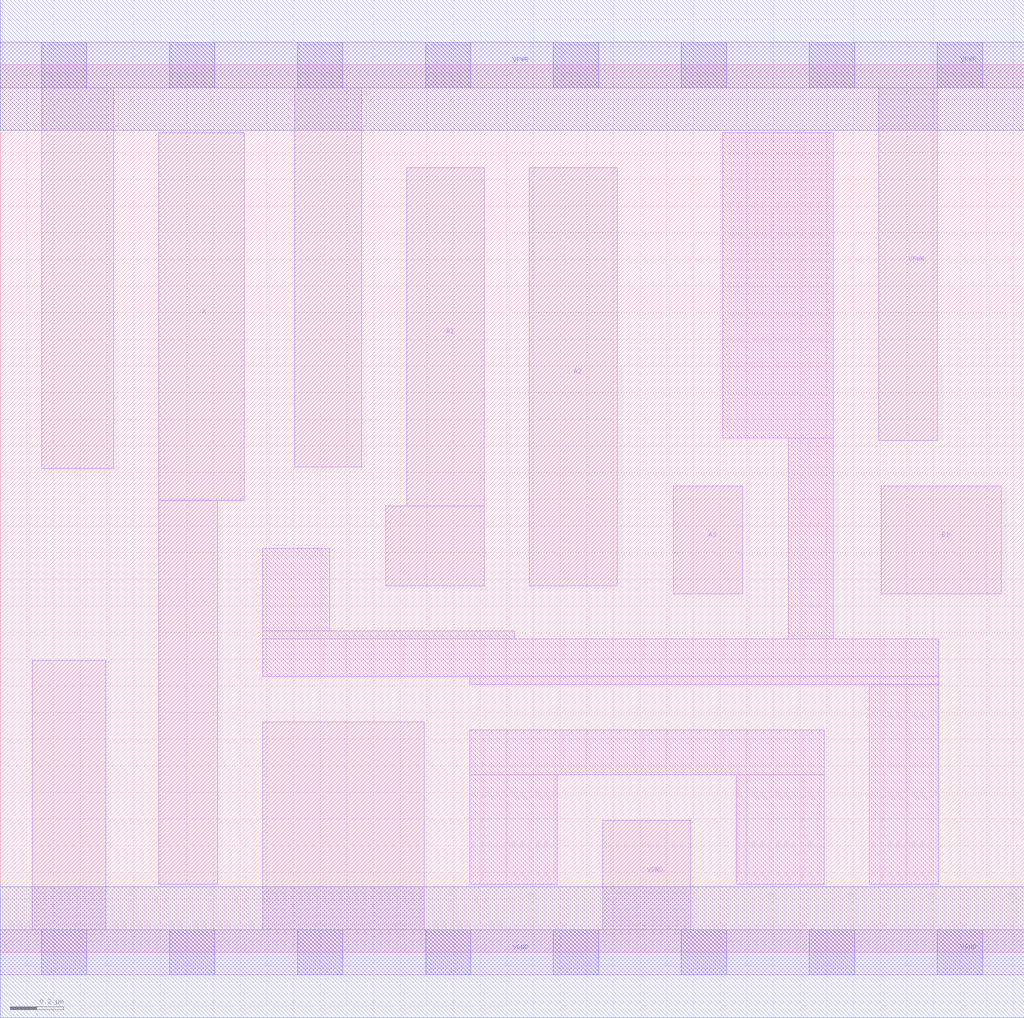
<source format=lef>
# Copyright 2020 The SkyWater PDK Authors
#
# Licensed under the Apache License, Version 2.0 (the "License");
# you may not use this file except in compliance with the License.
# You may obtain a copy of the License at
#
#     https://www.apache.org/licenses/LICENSE-2.0
#
# Unless required by applicable law or agreed to in writing, software
# distributed under the License is distributed on an "AS IS" BASIS,
# WITHOUT WARRANTIES OR CONDITIONS OF ANY KIND, either express or implied.
# See the License for the specific language governing permissions and
# limitations under the License.
#
# SPDX-License-Identifier: Apache-2.0

VERSION 5.7 ;
  NAMESCASESENSITIVE ON ;
  NOWIREEXTENSIONATPIN ON ;
  DIVIDERCHAR "/" ;
  BUSBITCHARS "[]" ;
UNITS
  DATABASE MICRONS 200 ;
END UNITS
MACRO sky130_fd_sc_lp__o31a_2
  CLASS CORE ;
  SOURCE USER ;
  FOREIGN sky130_fd_sc_lp__o31a_2 ;
  ORIGIN  0.000000  0.000000 ;
  SIZE  3.840000 BY  3.330000 ;
  SYMMETRY X Y R90 ;
  SITE unit ;
  PIN A1
    ANTENNAGATEAREA  0.315000 ;
    DIRECTION INPUT ;
    USE SIGNAL ;
    PORT
      LAYER li1 ;
        RECT 1.445000 1.375000 1.815000 1.675000 ;
        RECT 1.525000 1.675000 1.815000 2.945000 ;
    END
  END A1
  PIN A2
    ANTENNAGATEAREA  0.315000 ;
    DIRECTION INPUT ;
    USE SIGNAL ;
    PORT
      LAYER li1 ;
        RECT 1.985000 1.375000 2.315000 2.945000 ;
    END
  END A2
  PIN A3
    ANTENNAGATEAREA  0.315000 ;
    DIRECTION INPUT ;
    USE SIGNAL ;
    PORT
      LAYER li1 ;
        RECT 2.525000 1.345000 2.785000 1.750000 ;
    END
  END A3
  PIN B1
    ANTENNAGATEAREA  0.315000 ;
    DIRECTION INPUT ;
    USE SIGNAL ;
    PORT
      LAYER li1 ;
        RECT 3.305000 1.345000 3.755000 1.750000 ;
    END
  END B1
  PIN X
    ANTENNADIFFAREA  0.588000 ;
    DIRECTION OUTPUT ;
    USE SIGNAL ;
    PORT
      LAYER li1 ;
        RECT 0.595000 0.255000 0.815000 1.695000 ;
        RECT 0.595000 1.695000 0.915000 3.075000 ;
    END
  END X
  PIN VGND
    DIRECTION INOUT ;
    USE GROUND ;
    PORT
      LAYER li1 ;
        RECT 0.000000 -0.085000 3.840000 0.085000 ;
        RECT 0.120000  0.085000 0.395000 1.095000 ;
        RECT 0.985000  0.085000 1.590000 0.865000 ;
        RECT 2.260000  0.085000 2.590000 0.495000 ;
      LAYER mcon ;
        RECT 0.155000 -0.085000 0.325000 0.085000 ;
        RECT 0.635000 -0.085000 0.805000 0.085000 ;
        RECT 1.115000 -0.085000 1.285000 0.085000 ;
        RECT 1.595000 -0.085000 1.765000 0.085000 ;
        RECT 2.075000 -0.085000 2.245000 0.085000 ;
        RECT 2.555000 -0.085000 2.725000 0.085000 ;
        RECT 3.035000 -0.085000 3.205000 0.085000 ;
        RECT 3.515000 -0.085000 3.685000 0.085000 ;
      LAYER met1 ;
        RECT 0.000000 -0.245000 3.840000 0.245000 ;
    END
  END VGND
  PIN VPWR
    DIRECTION INOUT ;
    USE POWER ;
    PORT
      LAYER li1 ;
        RECT 0.000000 3.245000 3.840000 3.415000 ;
        RECT 0.155000 1.815000 0.425000 3.245000 ;
        RECT 1.105000 1.820000 1.355000 3.245000 ;
        RECT 3.295000 1.920000 3.515000 3.245000 ;
      LAYER mcon ;
        RECT 0.155000 3.245000 0.325000 3.415000 ;
        RECT 0.635000 3.245000 0.805000 3.415000 ;
        RECT 1.115000 3.245000 1.285000 3.415000 ;
        RECT 1.595000 3.245000 1.765000 3.415000 ;
        RECT 2.075000 3.245000 2.245000 3.415000 ;
        RECT 2.555000 3.245000 2.725000 3.415000 ;
        RECT 3.035000 3.245000 3.205000 3.415000 ;
        RECT 3.515000 3.245000 3.685000 3.415000 ;
      LAYER met1 ;
        RECT 0.000000 3.085000 3.840000 3.575000 ;
    END
  END VPWR
  OBS
    LAYER li1 ;
      RECT 0.985000 1.035000 3.520000 1.175000 ;
      RECT 0.985000 1.175000 1.930000 1.205000 ;
      RECT 0.985000 1.205000 1.235000 1.515000 ;
      RECT 1.760000 0.255000 2.090000 0.665000 ;
      RECT 1.760000 0.665000 3.090000 0.835000 ;
      RECT 1.760000 1.005000 3.520000 1.035000 ;
      RECT 2.710000 1.930000 3.125000 3.075000 ;
      RECT 2.760000 0.255000 3.090000 0.665000 ;
      RECT 2.955000 1.175000 3.125000 1.930000 ;
      RECT 3.260000 0.255000 3.520000 1.005000 ;
  END
END sky130_fd_sc_lp__o31a_2

</source>
